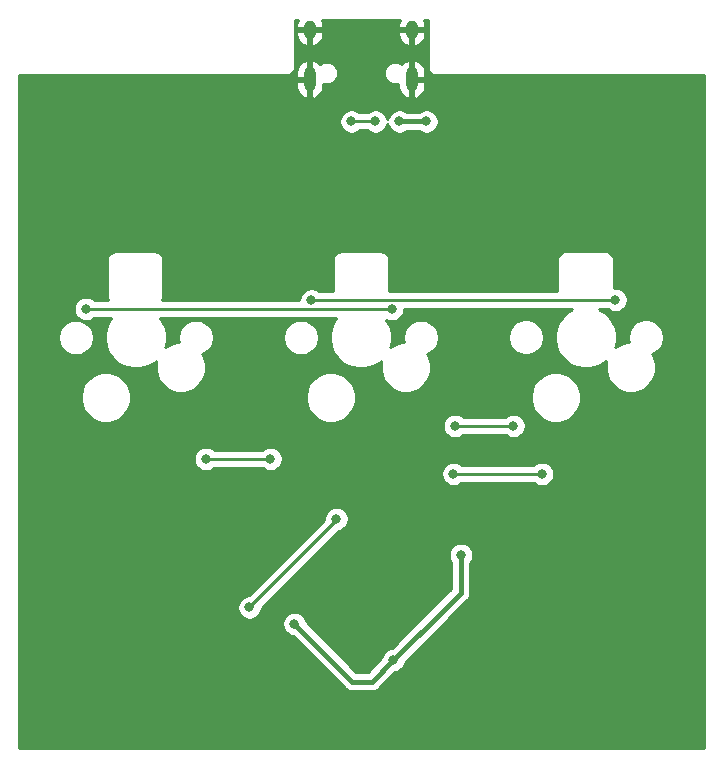
<source format=gbr>
G04 #@! TF.GenerationSoftware,KiCad,Pcbnew,(5.1.4)-1*
G04 #@! TF.CreationDate,2022-02-01T02:11:59+08:00*
G04 #@! TF.ProjectId,filled,66696c6c-6564-42e6-9b69-6361645f7063,rev?*
G04 #@! TF.SameCoordinates,Original*
G04 #@! TF.FileFunction,Copper,L1,Top*
G04 #@! TF.FilePolarity,Positive*
%FSLAX46Y46*%
G04 Gerber Fmt 4.6, Leading zero omitted, Abs format (unit mm)*
G04 Created by KiCad (PCBNEW (5.1.4)-1) date 2022-02-01 02:11:59*
%MOMM*%
%LPD*%
G04 APERTURE LIST*
%ADD10O,1.000000X2.100000*%
%ADD11O,1.000000X1.600000*%
%ADD12C,0.800000*%
%ADD13C,0.381000*%
%ADD14C,0.254000*%
G04 APERTURE END LIST*
D10*
X88801000Y-65769000D03*
X97441000Y-65769000D03*
D11*
X88801000Y-61589000D03*
X97441000Y-61589000D03*
D12*
X70104000Y-113792000D03*
X100330000Y-119888000D03*
X89535000Y-117729000D03*
X115443000Y-96393000D03*
X87249000Y-90170000D03*
X68199000Y-90170000D03*
X106299000Y-90297000D03*
X70866000Y-97536000D03*
X89662000Y-121158000D03*
X97536000Y-114935000D03*
X91059000Y-101219000D03*
X101092000Y-97155000D03*
X82296000Y-94107000D03*
X86487000Y-104521000D03*
X81661000Y-109601000D03*
X95885000Y-114935000D03*
X87503000Y-111887000D03*
X101600000Y-106045000D03*
X69850000Y-85217000D03*
X95758000Y-85217000D03*
X114681000Y-84455000D03*
X88935000Y-84490000D03*
X80010000Y-97917000D03*
X100965000Y-99187000D03*
X108458000Y-99187000D03*
X85471000Y-97917000D03*
X96392061Y-69342939D03*
X98679000Y-69342000D03*
X92329000Y-69342000D03*
X94361000Y-69342000D03*
X83693000Y-110490000D03*
X91059000Y-102997000D03*
X101092000Y-95123000D03*
X106045000Y-95123000D03*
D13*
X95885000Y-114935000D02*
X94043500Y-116776500D01*
X101581001Y-109238999D02*
X100393500Y-110426500D01*
X100393500Y-110426500D02*
X95885000Y-114935000D01*
X94043500Y-116776500D02*
X92392500Y-116776500D01*
X92392500Y-116776500D02*
X87503000Y-111887000D01*
X101581001Y-106063999D02*
X101581001Y-109238999D01*
D14*
X69850000Y-85217000D02*
X95758000Y-85217000D01*
X114646000Y-84490000D02*
X114681000Y-84455000D01*
X88935000Y-84490000D02*
X114646000Y-84490000D01*
X100965000Y-99187000D02*
X108458000Y-99187000D01*
X80010000Y-97917000D02*
X85471000Y-97917000D01*
D13*
X96392061Y-69342939D02*
X98678061Y-69342939D01*
X98678061Y-69342939D02*
X98679000Y-69342000D01*
D14*
X92329000Y-69342000D02*
X94361000Y-69342000D01*
X83693000Y-110490000D02*
X91059000Y-103124000D01*
X91059000Y-103124000D02*
X91059000Y-102997000D01*
X101092000Y-95123000D02*
X106045000Y-95123000D01*
G36*
X87800997Y-60737322D02*
G01*
X87712585Y-60943013D01*
X87666000Y-61162000D01*
X87666000Y-61462000D01*
X88674000Y-61462000D01*
X88674000Y-61442000D01*
X88928000Y-61442000D01*
X88928000Y-61462000D01*
X89936000Y-61462000D01*
X89936000Y-61162000D01*
X89889415Y-60943013D01*
X89801003Y-60737322D01*
X89796656Y-60731000D01*
X96445344Y-60731000D01*
X96440997Y-60737322D01*
X96352585Y-60943013D01*
X96306000Y-61162000D01*
X96306000Y-61462000D01*
X97314000Y-61462000D01*
X97314000Y-61442000D01*
X97568000Y-61442000D01*
X97568000Y-61462000D01*
X98576000Y-61462000D01*
X98576000Y-61162000D01*
X98529415Y-60943013D01*
X98441003Y-60737322D01*
X98436656Y-60731000D01*
X98781000Y-60731000D01*
X98781001Y-64737571D01*
X98777807Y-64770000D01*
X98790550Y-64899383D01*
X98828290Y-65023793D01*
X98889575Y-65138450D01*
X98972052Y-65238948D01*
X99072550Y-65321425D01*
X99187207Y-65382710D01*
X99311617Y-65420450D01*
X99408581Y-65430000D01*
X99441000Y-65433193D01*
X99473419Y-65430000D01*
X122149000Y-65430000D01*
X122149001Y-122410000D01*
X64160000Y-122410000D01*
X64160000Y-111785061D01*
X86468000Y-111785061D01*
X86468000Y-111988939D01*
X86507774Y-112188898D01*
X86585795Y-112377256D01*
X86699063Y-112546774D01*
X86843226Y-112690937D01*
X87012744Y-112804205D01*
X87201102Y-112882226D01*
X87362996Y-112914429D01*
X91780107Y-117331540D01*
X91805959Y-117363041D01*
X91870096Y-117415677D01*
X91931657Y-117466199D01*
X91981611Y-117492899D01*
X92075066Y-117542853D01*
X92230674Y-117590056D01*
X92351947Y-117602000D01*
X92351949Y-117602000D01*
X92392499Y-117605994D01*
X92433050Y-117602000D01*
X94002950Y-117602000D01*
X94043500Y-117605994D01*
X94084050Y-117602000D01*
X94084053Y-117602000D01*
X94205326Y-117590056D01*
X94360934Y-117542853D01*
X94504342Y-117466199D01*
X94630041Y-117363041D01*
X94655898Y-117331534D01*
X96025004Y-115962428D01*
X96186898Y-115930226D01*
X96375256Y-115852205D01*
X96544774Y-115738937D01*
X96688937Y-115594774D01*
X96802205Y-115425256D01*
X96880226Y-115236898D01*
X96912429Y-115075004D01*
X101005892Y-110981542D01*
X101005901Y-110981531D01*
X102136040Y-109851393D01*
X102167542Y-109825540D01*
X102240368Y-109736801D01*
X102270700Y-109699842D01*
X102347354Y-109556433D01*
X102378123Y-109455000D01*
X102394557Y-109400825D01*
X102406501Y-109279552D01*
X102406501Y-109279550D01*
X102410495Y-109239000D01*
X102406501Y-109198449D01*
X102406501Y-106700937D01*
X102517205Y-106535256D01*
X102595226Y-106346898D01*
X102635000Y-106146939D01*
X102635000Y-105943061D01*
X102595226Y-105743102D01*
X102517205Y-105554744D01*
X102403937Y-105385226D01*
X102259774Y-105241063D01*
X102090256Y-105127795D01*
X101901898Y-105049774D01*
X101701939Y-105010000D01*
X101498061Y-105010000D01*
X101298102Y-105049774D01*
X101109744Y-105127795D01*
X100940226Y-105241063D01*
X100796063Y-105385226D01*
X100682795Y-105554744D01*
X100604774Y-105743102D01*
X100565000Y-105943061D01*
X100565000Y-106146939D01*
X100604774Y-106346898D01*
X100682795Y-106535256D01*
X100755501Y-106644069D01*
X100755502Y-108897065D01*
X99838469Y-109814099D01*
X99838458Y-109814108D01*
X95744996Y-113907571D01*
X95583102Y-113939774D01*
X95394744Y-114017795D01*
X95225226Y-114131063D01*
X95081063Y-114275226D01*
X94967795Y-114444744D01*
X94889774Y-114633102D01*
X94857572Y-114794996D01*
X93701568Y-115951000D01*
X92734433Y-115951000D01*
X88530429Y-111746996D01*
X88498226Y-111585102D01*
X88420205Y-111396744D01*
X88306937Y-111227226D01*
X88162774Y-111083063D01*
X87993256Y-110969795D01*
X87804898Y-110891774D01*
X87604939Y-110852000D01*
X87401061Y-110852000D01*
X87201102Y-110891774D01*
X87012744Y-110969795D01*
X86843226Y-111083063D01*
X86699063Y-111227226D01*
X86585795Y-111396744D01*
X86507774Y-111585102D01*
X86468000Y-111785061D01*
X64160000Y-111785061D01*
X64160000Y-110388061D01*
X82658000Y-110388061D01*
X82658000Y-110591939D01*
X82697774Y-110791898D01*
X82775795Y-110980256D01*
X82889063Y-111149774D01*
X83033226Y-111293937D01*
X83202744Y-111407205D01*
X83391102Y-111485226D01*
X83591061Y-111525000D01*
X83794939Y-111525000D01*
X83994898Y-111485226D01*
X84183256Y-111407205D01*
X84352774Y-111293937D01*
X84496937Y-111149774D01*
X84610205Y-110980256D01*
X84688226Y-110791898D01*
X84728000Y-110591939D01*
X84728000Y-110532630D01*
X91245439Y-104015192D01*
X91360898Y-103992226D01*
X91549256Y-103914205D01*
X91718774Y-103800937D01*
X91862937Y-103656774D01*
X91976205Y-103487256D01*
X92054226Y-103298898D01*
X92094000Y-103098939D01*
X92094000Y-102895061D01*
X92054226Y-102695102D01*
X91976205Y-102506744D01*
X91862937Y-102337226D01*
X91718774Y-102193063D01*
X91549256Y-102079795D01*
X91360898Y-102001774D01*
X91160939Y-101962000D01*
X90957061Y-101962000D01*
X90757102Y-102001774D01*
X90568744Y-102079795D01*
X90399226Y-102193063D01*
X90255063Y-102337226D01*
X90141795Y-102506744D01*
X90063774Y-102695102D01*
X90024000Y-102895061D01*
X90024000Y-103081369D01*
X83650370Y-109455000D01*
X83591061Y-109455000D01*
X83391102Y-109494774D01*
X83202744Y-109572795D01*
X83033226Y-109686063D01*
X82889063Y-109830226D01*
X82775795Y-109999744D01*
X82697774Y-110188102D01*
X82658000Y-110388061D01*
X64160000Y-110388061D01*
X64160000Y-99085061D01*
X99930000Y-99085061D01*
X99930000Y-99288939D01*
X99969774Y-99488898D01*
X100047795Y-99677256D01*
X100161063Y-99846774D01*
X100305226Y-99990937D01*
X100474744Y-100104205D01*
X100663102Y-100182226D01*
X100863061Y-100222000D01*
X101066939Y-100222000D01*
X101266898Y-100182226D01*
X101455256Y-100104205D01*
X101624774Y-99990937D01*
X101666711Y-99949000D01*
X107756289Y-99949000D01*
X107798226Y-99990937D01*
X107967744Y-100104205D01*
X108156102Y-100182226D01*
X108356061Y-100222000D01*
X108559939Y-100222000D01*
X108759898Y-100182226D01*
X108948256Y-100104205D01*
X109117774Y-99990937D01*
X109261937Y-99846774D01*
X109375205Y-99677256D01*
X109453226Y-99488898D01*
X109493000Y-99288939D01*
X109493000Y-99085061D01*
X109453226Y-98885102D01*
X109375205Y-98696744D01*
X109261937Y-98527226D01*
X109117774Y-98383063D01*
X108948256Y-98269795D01*
X108759898Y-98191774D01*
X108559939Y-98152000D01*
X108356061Y-98152000D01*
X108156102Y-98191774D01*
X107967744Y-98269795D01*
X107798226Y-98383063D01*
X107756289Y-98425000D01*
X101666711Y-98425000D01*
X101624774Y-98383063D01*
X101455256Y-98269795D01*
X101266898Y-98191774D01*
X101066939Y-98152000D01*
X100863061Y-98152000D01*
X100663102Y-98191774D01*
X100474744Y-98269795D01*
X100305226Y-98383063D01*
X100161063Y-98527226D01*
X100047795Y-98696744D01*
X99969774Y-98885102D01*
X99930000Y-99085061D01*
X64160000Y-99085061D01*
X64160000Y-97815061D01*
X78975000Y-97815061D01*
X78975000Y-98018939D01*
X79014774Y-98218898D01*
X79092795Y-98407256D01*
X79206063Y-98576774D01*
X79350226Y-98720937D01*
X79519744Y-98834205D01*
X79708102Y-98912226D01*
X79908061Y-98952000D01*
X80111939Y-98952000D01*
X80311898Y-98912226D01*
X80500256Y-98834205D01*
X80669774Y-98720937D01*
X80711711Y-98679000D01*
X84769289Y-98679000D01*
X84811226Y-98720937D01*
X84980744Y-98834205D01*
X85169102Y-98912226D01*
X85369061Y-98952000D01*
X85572939Y-98952000D01*
X85772898Y-98912226D01*
X85961256Y-98834205D01*
X86130774Y-98720937D01*
X86274937Y-98576774D01*
X86388205Y-98407256D01*
X86466226Y-98218898D01*
X86506000Y-98018939D01*
X86506000Y-97815061D01*
X86466226Y-97615102D01*
X86388205Y-97426744D01*
X86274937Y-97257226D01*
X86130774Y-97113063D01*
X85961256Y-96999795D01*
X85772898Y-96921774D01*
X85572939Y-96882000D01*
X85369061Y-96882000D01*
X85169102Y-96921774D01*
X84980744Y-96999795D01*
X84811226Y-97113063D01*
X84769289Y-97155000D01*
X80711711Y-97155000D01*
X80669774Y-97113063D01*
X80500256Y-96999795D01*
X80311898Y-96921774D01*
X80111939Y-96882000D01*
X79908061Y-96882000D01*
X79708102Y-96921774D01*
X79519744Y-96999795D01*
X79350226Y-97113063D01*
X79206063Y-97257226D01*
X79092795Y-97426744D01*
X79014774Y-97615102D01*
X78975000Y-97815061D01*
X64160000Y-97815061D01*
X64160000Y-95021061D01*
X100057000Y-95021061D01*
X100057000Y-95224939D01*
X100096774Y-95424898D01*
X100174795Y-95613256D01*
X100288063Y-95782774D01*
X100432226Y-95926937D01*
X100601744Y-96040205D01*
X100790102Y-96118226D01*
X100990061Y-96158000D01*
X101193939Y-96158000D01*
X101393898Y-96118226D01*
X101582256Y-96040205D01*
X101751774Y-95926937D01*
X101793711Y-95885000D01*
X105343289Y-95885000D01*
X105385226Y-95926937D01*
X105554744Y-96040205D01*
X105743102Y-96118226D01*
X105943061Y-96158000D01*
X106146939Y-96158000D01*
X106346898Y-96118226D01*
X106535256Y-96040205D01*
X106704774Y-95926937D01*
X106848937Y-95782774D01*
X106962205Y-95613256D01*
X107040226Y-95424898D01*
X107080000Y-95224939D01*
X107080000Y-95021061D01*
X107040226Y-94821102D01*
X106962205Y-94632744D01*
X106848937Y-94463226D01*
X106704774Y-94319063D01*
X106535256Y-94205795D01*
X106346898Y-94127774D01*
X106146939Y-94088000D01*
X105943061Y-94088000D01*
X105743102Y-94127774D01*
X105554744Y-94205795D01*
X105385226Y-94319063D01*
X105343289Y-94361000D01*
X101793711Y-94361000D01*
X101751774Y-94319063D01*
X101582256Y-94205795D01*
X101393898Y-94127774D01*
X101193939Y-94088000D01*
X100990061Y-94088000D01*
X100790102Y-94127774D01*
X100601744Y-94205795D01*
X100432226Y-94319063D01*
X100288063Y-94463226D01*
X100174795Y-94632744D01*
X100096774Y-94821102D01*
X100057000Y-95021061D01*
X64160000Y-95021061D01*
X64160000Y-92499721D01*
X69395000Y-92499721D01*
X69395000Y-92920279D01*
X69477047Y-93332756D01*
X69637988Y-93721302D01*
X69871637Y-94070983D01*
X70169017Y-94368363D01*
X70518698Y-94602012D01*
X70907244Y-94762953D01*
X71319721Y-94845000D01*
X71740279Y-94845000D01*
X72152756Y-94762953D01*
X72541302Y-94602012D01*
X72890983Y-94368363D01*
X73188363Y-94070983D01*
X73422012Y-93721302D01*
X73582953Y-93332756D01*
X73665000Y-92920279D01*
X73665000Y-92499721D01*
X88446000Y-92499721D01*
X88446000Y-92920279D01*
X88528047Y-93332756D01*
X88688988Y-93721302D01*
X88922637Y-94070983D01*
X89220017Y-94368363D01*
X89569698Y-94602012D01*
X89958244Y-94762953D01*
X90370721Y-94845000D01*
X90791279Y-94845000D01*
X91203756Y-94762953D01*
X91592302Y-94602012D01*
X91941983Y-94368363D01*
X92239363Y-94070983D01*
X92473012Y-93721302D01*
X92633953Y-93332756D01*
X92716000Y-92920279D01*
X92716000Y-92499721D01*
X92714011Y-92489721D01*
X107495000Y-92489721D01*
X107495000Y-92910279D01*
X107577047Y-93322756D01*
X107737988Y-93711302D01*
X107971637Y-94060983D01*
X108269017Y-94358363D01*
X108618698Y-94592012D01*
X109007244Y-94752953D01*
X109419721Y-94835000D01*
X109840279Y-94835000D01*
X110252756Y-94752953D01*
X110641302Y-94592012D01*
X110990983Y-94358363D01*
X111288363Y-94060983D01*
X111522012Y-93711302D01*
X111682953Y-93322756D01*
X111765000Y-92910279D01*
X111765000Y-92489721D01*
X111682953Y-92077244D01*
X111522012Y-91688698D01*
X111288363Y-91339017D01*
X110990983Y-91041637D01*
X110641302Y-90807988D01*
X110252756Y-90647047D01*
X109840279Y-90565000D01*
X109419721Y-90565000D01*
X109007244Y-90647047D01*
X108618698Y-90807988D01*
X108269017Y-91041637D01*
X107971637Y-91339017D01*
X107737988Y-91688698D01*
X107577047Y-92077244D01*
X107495000Y-92489721D01*
X92714011Y-92489721D01*
X92633953Y-92087244D01*
X92473012Y-91698698D01*
X92239363Y-91349017D01*
X91941983Y-91051637D01*
X91592302Y-90817988D01*
X91203756Y-90657047D01*
X90791279Y-90575000D01*
X90370721Y-90575000D01*
X89958244Y-90657047D01*
X89569698Y-90817988D01*
X89220017Y-91051637D01*
X88922637Y-91349017D01*
X88688988Y-91698698D01*
X88528047Y-92087244D01*
X88446000Y-92499721D01*
X73665000Y-92499721D01*
X73582953Y-92087244D01*
X73422012Y-91698698D01*
X73188363Y-91349017D01*
X72890983Y-91051637D01*
X72541302Y-90817988D01*
X72152756Y-90657047D01*
X71740279Y-90575000D01*
X71319721Y-90575000D01*
X70907244Y-90657047D01*
X70518698Y-90817988D01*
X70169017Y-91051637D01*
X69871637Y-91349017D01*
X69637988Y-91698698D01*
X69477047Y-92087244D01*
X69395000Y-92499721D01*
X64160000Y-92499721D01*
X64160000Y-87481278D01*
X67480000Y-87481278D01*
X67480000Y-87778722D01*
X67538029Y-88070451D01*
X67651856Y-88345253D01*
X67817107Y-88592569D01*
X68027431Y-88802893D01*
X68274747Y-88968144D01*
X68549549Y-89081971D01*
X68841278Y-89140000D01*
X69138722Y-89140000D01*
X69430451Y-89081971D01*
X69705253Y-88968144D01*
X69952569Y-88802893D01*
X70162893Y-88592569D01*
X70328144Y-88345253D01*
X70441971Y-88070451D01*
X70500000Y-87778722D01*
X70500000Y-87481278D01*
X70441971Y-87189549D01*
X70328144Y-86914747D01*
X70162893Y-86667431D01*
X69952569Y-86457107D01*
X69705253Y-86291856D01*
X69430451Y-86178029D01*
X69138722Y-86120000D01*
X68841278Y-86120000D01*
X68549549Y-86178029D01*
X68274747Y-86291856D01*
X68027431Y-86457107D01*
X67817107Y-86667431D01*
X67651856Y-86914747D01*
X67538029Y-87189549D01*
X67480000Y-87481278D01*
X64160000Y-87481278D01*
X64160000Y-85115061D01*
X68815000Y-85115061D01*
X68815000Y-85318939D01*
X68854774Y-85518898D01*
X68932795Y-85707256D01*
X69046063Y-85876774D01*
X69190226Y-86020937D01*
X69359744Y-86134205D01*
X69548102Y-86212226D01*
X69748061Y-86252000D01*
X69951939Y-86252000D01*
X70151898Y-86212226D01*
X70340256Y-86134205D01*
X70509774Y-86020937D01*
X70551711Y-85979000D01*
X72011412Y-85979000D01*
X71740299Y-86384749D01*
X71542127Y-86863178D01*
X71441100Y-87371076D01*
X71441100Y-87888924D01*
X71542127Y-88396822D01*
X71740299Y-88875251D01*
X72028000Y-89305826D01*
X72394174Y-89672000D01*
X72824749Y-89959701D01*
X73303178Y-90157873D01*
X73811076Y-90258900D01*
X74328924Y-90258900D01*
X74836822Y-90157873D01*
X75315251Y-89959701D01*
X75745826Y-89672000D01*
X75816237Y-89601589D01*
X75745000Y-89959721D01*
X75745000Y-90380279D01*
X75827047Y-90792756D01*
X75987988Y-91181302D01*
X76221637Y-91530983D01*
X76519017Y-91828363D01*
X76868698Y-92062012D01*
X77257244Y-92222953D01*
X77669721Y-92305000D01*
X78090279Y-92305000D01*
X78502756Y-92222953D01*
X78891302Y-92062012D01*
X79240983Y-91828363D01*
X79538363Y-91530983D01*
X79772012Y-91181302D01*
X79932953Y-90792756D01*
X80015000Y-90380279D01*
X80015000Y-89959721D01*
X79932953Y-89547244D01*
X79772012Y-89158698D01*
X79692501Y-89039701D01*
X79865253Y-88968144D01*
X80112569Y-88802893D01*
X80322893Y-88592569D01*
X80488144Y-88345253D01*
X80601971Y-88070451D01*
X80660000Y-87778722D01*
X80660000Y-87481278D01*
X86531000Y-87481278D01*
X86531000Y-87778722D01*
X86589029Y-88070451D01*
X86702856Y-88345253D01*
X86868107Y-88592569D01*
X87078431Y-88802893D01*
X87325747Y-88968144D01*
X87600549Y-89081971D01*
X87892278Y-89140000D01*
X88189722Y-89140000D01*
X88481451Y-89081971D01*
X88756253Y-88968144D01*
X89003569Y-88802893D01*
X89213893Y-88592569D01*
X89379144Y-88345253D01*
X89492971Y-88070451D01*
X89551000Y-87778722D01*
X89551000Y-87481278D01*
X89492971Y-87189549D01*
X89379144Y-86914747D01*
X89213893Y-86667431D01*
X89003569Y-86457107D01*
X88756253Y-86291856D01*
X88481451Y-86178029D01*
X88189722Y-86120000D01*
X87892278Y-86120000D01*
X87600549Y-86178029D01*
X87325747Y-86291856D01*
X87078431Y-86457107D01*
X86868107Y-86667431D01*
X86702856Y-86914747D01*
X86589029Y-87189549D01*
X86531000Y-87481278D01*
X80660000Y-87481278D01*
X80601971Y-87189549D01*
X80488144Y-86914747D01*
X80322893Y-86667431D01*
X80112569Y-86457107D01*
X79865253Y-86291856D01*
X79590451Y-86178029D01*
X79298722Y-86120000D01*
X79001278Y-86120000D01*
X78709549Y-86178029D01*
X78434747Y-86291856D01*
X78187431Y-86457107D01*
X77977107Y-86667431D01*
X77811856Y-86914747D01*
X77698029Y-87189549D01*
X77640000Y-87481278D01*
X77640000Y-87778722D01*
X77690977Y-88035000D01*
X77669721Y-88035000D01*
X77257244Y-88117047D01*
X76868698Y-88277988D01*
X76562292Y-88482721D01*
X76597873Y-88396822D01*
X76698900Y-87888924D01*
X76698900Y-87371076D01*
X76597873Y-86863178D01*
X76399701Y-86384749D01*
X76128588Y-85979000D01*
X91062412Y-85979000D01*
X90791299Y-86384749D01*
X90593127Y-86863178D01*
X90492100Y-87371076D01*
X90492100Y-87888924D01*
X90593127Y-88396822D01*
X90791299Y-88875251D01*
X91079000Y-89305826D01*
X91445174Y-89672000D01*
X91875749Y-89959701D01*
X92354178Y-90157873D01*
X92862076Y-90258900D01*
X93379924Y-90258900D01*
X93887822Y-90157873D01*
X94366251Y-89959701D01*
X94796826Y-89672000D01*
X94867237Y-89601589D01*
X94796000Y-89959721D01*
X94796000Y-90380279D01*
X94878047Y-90792756D01*
X95038988Y-91181302D01*
X95272637Y-91530983D01*
X95570017Y-91828363D01*
X95919698Y-92062012D01*
X96308244Y-92222953D01*
X96720721Y-92305000D01*
X97141279Y-92305000D01*
X97553756Y-92222953D01*
X97942302Y-92062012D01*
X98291983Y-91828363D01*
X98589363Y-91530983D01*
X98823012Y-91181302D01*
X98983953Y-90792756D01*
X99066000Y-90380279D01*
X99066000Y-89959721D01*
X98983953Y-89547244D01*
X98823012Y-89158698D01*
X98743501Y-89039701D01*
X98916253Y-88968144D01*
X99163569Y-88802893D01*
X99373893Y-88592569D01*
X99539144Y-88345253D01*
X99652971Y-88070451D01*
X99711000Y-87778722D01*
X99711000Y-87481278D01*
X99709011Y-87471278D01*
X105580000Y-87471278D01*
X105580000Y-87768722D01*
X105638029Y-88060451D01*
X105751856Y-88335253D01*
X105917107Y-88582569D01*
X106127431Y-88792893D01*
X106374747Y-88958144D01*
X106649549Y-89071971D01*
X106941278Y-89130000D01*
X107238722Y-89130000D01*
X107530451Y-89071971D01*
X107805253Y-88958144D01*
X108052569Y-88792893D01*
X108262893Y-88582569D01*
X108428144Y-88335253D01*
X108541971Y-88060451D01*
X108600000Y-87768722D01*
X108600000Y-87471278D01*
X108541971Y-87179549D01*
X108428144Y-86904747D01*
X108262893Y-86657431D01*
X108052569Y-86447107D01*
X107805253Y-86281856D01*
X107530451Y-86168029D01*
X107238722Y-86110000D01*
X106941278Y-86110000D01*
X106649549Y-86168029D01*
X106374747Y-86281856D01*
X106127431Y-86447107D01*
X105917107Y-86657431D01*
X105751856Y-86904747D01*
X105638029Y-87179549D01*
X105580000Y-87471278D01*
X99709011Y-87471278D01*
X99652971Y-87189549D01*
X99539144Y-86914747D01*
X99373893Y-86667431D01*
X99163569Y-86457107D01*
X98916253Y-86291856D01*
X98641451Y-86178029D01*
X98349722Y-86120000D01*
X98052278Y-86120000D01*
X97760549Y-86178029D01*
X97485747Y-86291856D01*
X97238431Y-86457107D01*
X97028107Y-86667431D01*
X96862856Y-86914747D01*
X96749029Y-87189549D01*
X96691000Y-87481278D01*
X96691000Y-87778722D01*
X96741977Y-88035000D01*
X96720721Y-88035000D01*
X96308244Y-88117047D01*
X95919698Y-88277988D01*
X95613292Y-88482721D01*
X95648873Y-88396822D01*
X95749900Y-87888924D01*
X95749900Y-87371076D01*
X95648873Y-86863178D01*
X95450701Y-86384749D01*
X95289243Y-86143110D01*
X95456102Y-86212226D01*
X95656061Y-86252000D01*
X95859939Y-86252000D01*
X96059898Y-86212226D01*
X96248256Y-86134205D01*
X96417774Y-86020937D01*
X96561937Y-85876774D01*
X96675205Y-85707256D01*
X96753226Y-85518898D01*
X96793000Y-85318939D01*
X96793000Y-85252000D01*
X111017211Y-85252000D01*
X110924749Y-85290299D01*
X110494174Y-85578000D01*
X110128000Y-85944174D01*
X109840299Y-86374749D01*
X109642127Y-86853178D01*
X109541100Y-87361076D01*
X109541100Y-87878924D01*
X109642127Y-88386822D01*
X109840299Y-88865251D01*
X110128000Y-89295826D01*
X110494174Y-89662000D01*
X110924749Y-89949701D01*
X111403178Y-90147873D01*
X111911076Y-90248900D01*
X112428924Y-90248900D01*
X112936822Y-90147873D01*
X113415251Y-89949701D01*
X113845826Y-89662000D01*
X113916237Y-89591589D01*
X113845000Y-89949721D01*
X113845000Y-90370279D01*
X113927047Y-90782756D01*
X114087988Y-91171302D01*
X114321637Y-91520983D01*
X114619017Y-91818363D01*
X114968698Y-92052012D01*
X115357244Y-92212953D01*
X115769721Y-92295000D01*
X116190279Y-92295000D01*
X116602756Y-92212953D01*
X116991302Y-92052012D01*
X117340983Y-91818363D01*
X117638363Y-91520983D01*
X117872012Y-91171302D01*
X118032953Y-90782756D01*
X118115000Y-90370279D01*
X118115000Y-89949721D01*
X118032953Y-89537244D01*
X117872012Y-89148698D01*
X117792501Y-89029701D01*
X117965253Y-88958144D01*
X118212569Y-88792893D01*
X118422893Y-88582569D01*
X118588144Y-88335253D01*
X118701971Y-88060451D01*
X118760000Y-87768722D01*
X118760000Y-87471278D01*
X118701971Y-87179549D01*
X118588144Y-86904747D01*
X118422893Y-86657431D01*
X118212569Y-86447107D01*
X117965253Y-86281856D01*
X117690451Y-86168029D01*
X117398722Y-86110000D01*
X117101278Y-86110000D01*
X116809549Y-86168029D01*
X116534747Y-86281856D01*
X116287431Y-86447107D01*
X116077107Y-86657431D01*
X115911856Y-86904747D01*
X115798029Y-87179549D01*
X115740000Y-87471278D01*
X115740000Y-87768722D01*
X115790977Y-88025000D01*
X115769721Y-88025000D01*
X115357244Y-88107047D01*
X114968698Y-88267988D01*
X114662292Y-88472721D01*
X114697873Y-88386822D01*
X114798900Y-87878924D01*
X114798900Y-87361076D01*
X114697873Y-86853178D01*
X114499701Y-86374749D01*
X114212000Y-85944174D01*
X113845826Y-85578000D01*
X113415251Y-85290299D01*
X113322789Y-85252000D01*
X114014289Y-85252000D01*
X114021226Y-85258937D01*
X114190744Y-85372205D01*
X114379102Y-85450226D01*
X114579061Y-85490000D01*
X114782939Y-85490000D01*
X114982898Y-85450226D01*
X115171256Y-85372205D01*
X115340774Y-85258937D01*
X115484937Y-85114774D01*
X115598205Y-84945256D01*
X115676226Y-84756898D01*
X115716000Y-84556939D01*
X115716000Y-84353061D01*
X115676226Y-84153102D01*
X115598205Y-83964744D01*
X115484937Y-83795226D01*
X115340774Y-83651063D01*
X115171256Y-83537795D01*
X114982898Y-83459774D01*
X114782939Y-83420000D01*
X114579061Y-83420000D01*
X114545000Y-83426775D01*
X114545000Y-81074135D01*
X114548362Y-81040000D01*
X114534943Y-80903756D01*
X114495202Y-80772748D01*
X114430667Y-80652011D01*
X114343817Y-80546183D01*
X114237989Y-80459333D01*
X114117252Y-80394798D01*
X113986244Y-80355057D01*
X113884135Y-80345000D01*
X113850000Y-80341638D01*
X113815866Y-80345000D01*
X110484134Y-80345000D01*
X110450000Y-80341638D01*
X110415865Y-80345000D01*
X110313756Y-80355057D01*
X110182748Y-80394798D01*
X110062011Y-80459333D01*
X109956183Y-80546183D01*
X109869333Y-80652011D01*
X109804798Y-80772748D01*
X109765057Y-80903756D01*
X109751638Y-81040000D01*
X109755000Y-81074135D01*
X109755001Y-83728000D01*
X95545000Y-83728000D01*
X95545000Y-81084135D01*
X95548362Y-81050000D01*
X95534943Y-80913756D01*
X95495202Y-80782748D01*
X95430667Y-80662011D01*
X95343817Y-80556183D01*
X95237989Y-80469333D01*
X95117252Y-80404798D01*
X94986244Y-80365057D01*
X94884135Y-80355000D01*
X94850000Y-80351638D01*
X94815866Y-80355000D01*
X91484134Y-80355000D01*
X91450000Y-80351638D01*
X91415865Y-80355000D01*
X91313756Y-80365057D01*
X91182748Y-80404798D01*
X91062011Y-80469333D01*
X90956183Y-80556183D01*
X90869333Y-80662011D01*
X90804798Y-80782748D01*
X90765057Y-80913756D01*
X90751638Y-81050000D01*
X90755000Y-81084135D01*
X90755001Y-83728000D01*
X89636711Y-83728000D01*
X89594774Y-83686063D01*
X89425256Y-83572795D01*
X89236898Y-83494774D01*
X89036939Y-83455000D01*
X88833061Y-83455000D01*
X88633102Y-83494774D01*
X88444744Y-83572795D01*
X88275226Y-83686063D01*
X88131063Y-83830226D01*
X88017795Y-83999744D01*
X87939774Y-84188102D01*
X87900000Y-84388061D01*
X87900000Y-84455000D01*
X76286707Y-84455000D01*
X76300667Y-84437989D01*
X76365202Y-84317252D01*
X76404943Y-84186244D01*
X76418362Y-84050000D01*
X76415000Y-84015865D01*
X76415000Y-81084135D01*
X76418362Y-81050000D01*
X76404943Y-80913756D01*
X76365202Y-80782748D01*
X76300667Y-80662011D01*
X76213817Y-80556183D01*
X76107989Y-80469333D01*
X75987252Y-80404798D01*
X75856244Y-80365057D01*
X75754135Y-80355000D01*
X75720000Y-80351638D01*
X75685866Y-80355000D01*
X72354134Y-80355000D01*
X72320000Y-80351638D01*
X72285865Y-80355000D01*
X72183756Y-80365057D01*
X72052748Y-80404798D01*
X71932011Y-80469333D01*
X71826183Y-80556183D01*
X71739333Y-80662011D01*
X71674798Y-80782748D01*
X71635057Y-80913756D01*
X71621638Y-81050000D01*
X71625000Y-81084135D01*
X71625001Y-84015855D01*
X71621638Y-84050000D01*
X71635057Y-84186244D01*
X71674798Y-84317252D01*
X71739333Y-84437989D01*
X71753293Y-84455000D01*
X70551711Y-84455000D01*
X70509774Y-84413063D01*
X70340256Y-84299795D01*
X70151898Y-84221774D01*
X69951939Y-84182000D01*
X69748061Y-84182000D01*
X69548102Y-84221774D01*
X69359744Y-84299795D01*
X69190226Y-84413063D01*
X69046063Y-84557226D01*
X68932795Y-84726744D01*
X68854774Y-84915102D01*
X68815000Y-85115061D01*
X64160000Y-85115061D01*
X64160000Y-69240061D01*
X91294000Y-69240061D01*
X91294000Y-69443939D01*
X91333774Y-69643898D01*
X91411795Y-69832256D01*
X91525063Y-70001774D01*
X91669226Y-70145937D01*
X91838744Y-70259205D01*
X92027102Y-70337226D01*
X92227061Y-70377000D01*
X92430939Y-70377000D01*
X92630898Y-70337226D01*
X92819256Y-70259205D01*
X92988774Y-70145937D01*
X93030711Y-70104000D01*
X93659289Y-70104000D01*
X93701226Y-70145937D01*
X93870744Y-70259205D01*
X94059102Y-70337226D01*
X94259061Y-70377000D01*
X94462939Y-70377000D01*
X94662898Y-70337226D01*
X94851256Y-70259205D01*
X95020774Y-70145937D01*
X95164937Y-70001774D01*
X95278205Y-69832256D01*
X95356226Y-69643898D01*
X95376437Y-69542289D01*
X95396835Y-69644837D01*
X95474856Y-69833195D01*
X95588124Y-70002713D01*
X95732287Y-70146876D01*
X95901805Y-70260144D01*
X96090163Y-70338165D01*
X96290122Y-70377939D01*
X96494000Y-70377939D01*
X96693959Y-70338165D01*
X96882317Y-70260144D01*
X97019564Y-70168439D01*
X98052903Y-70168439D01*
X98188744Y-70259205D01*
X98377102Y-70337226D01*
X98577061Y-70377000D01*
X98780939Y-70377000D01*
X98980898Y-70337226D01*
X99169256Y-70259205D01*
X99338774Y-70145937D01*
X99482937Y-70001774D01*
X99596205Y-69832256D01*
X99674226Y-69643898D01*
X99714000Y-69443939D01*
X99714000Y-69240061D01*
X99674226Y-69040102D01*
X99596205Y-68851744D01*
X99482937Y-68682226D01*
X99338774Y-68538063D01*
X99169256Y-68424795D01*
X98980898Y-68346774D01*
X98780939Y-68307000D01*
X98577061Y-68307000D01*
X98377102Y-68346774D01*
X98188744Y-68424795D01*
X98050092Y-68517439D01*
X97019564Y-68517439D01*
X96882317Y-68425734D01*
X96693959Y-68347713D01*
X96494000Y-68307939D01*
X96290122Y-68307939D01*
X96090163Y-68347713D01*
X95901805Y-68425734D01*
X95732287Y-68539002D01*
X95588124Y-68683165D01*
X95474856Y-68852683D01*
X95396835Y-69041041D01*
X95376624Y-69142650D01*
X95356226Y-69040102D01*
X95278205Y-68851744D01*
X95164937Y-68682226D01*
X95020774Y-68538063D01*
X94851256Y-68424795D01*
X94662898Y-68346774D01*
X94462939Y-68307000D01*
X94259061Y-68307000D01*
X94059102Y-68346774D01*
X93870744Y-68424795D01*
X93701226Y-68538063D01*
X93659289Y-68580000D01*
X93030711Y-68580000D01*
X92988774Y-68538063D01*
X92819256Y-68424795D01*
X92630898Y-68346774D01*
X92430939Y-68307000D01*
X92227061Y-68307000D01*
X92027102Y-68346774D01*
X91838744Y-68424795D01*
X91669226Y-68538063D01*
X91525063Y-68682226D01*
X91411795Y-68851744D01*
X91333774Y-69040102D01*
X91294000Y-69240061D01*
X64160000Y-69240061D01*
X64160000Y-65896000D01*
X87666000Y-65896000D01*
X87666000Y-66446000D01*
X87712585Y-66664987D01*
X87800997Y-66870678D01*
X87927839Y-67055169D01*
X88088236Y-67211369D01*
X88276024Y-67333276D01*
X88499126Y-67413119D01*
X88674000Y-67286954D01*
X88674000Y-65896000D01*
X87666000Y-65896000D01*
X64160000Y-65896000D01*
X64160000Y-65430000D01*
X86835581Y-65430000D01*
X86868000Y-65433193D01*
X86900419Y-65430000D01*
X86997383Y-65420450D01*
X87121793Y-65382710D01*
X87236450Y-65321425D01*
X87336948Y-65238948D01*
X87419425Y-65138450D01*
X87444252Y-65092000D01*
X87666000Y-65092000D01*
X87666000Y-65642000D01*
X88674000Y-65642000D01*
X88674000Y-64251046D01*
X88928000Y-64251046D01*
X88928000Y-65642000D01*
X88948000Y-65642000D01*
X88948000Y-65896000D01*
X88928000Y-65896000D01*
X88928000Y-67286954D01*
X89102874Y-67413119D01*
X89325976Y-67333276D01*
X89513764Y-67211369D01*
X89674161Y-67055169D01*
X89801003Y-66870678D01*
X89889415Y-66664987D01*
X89936000Y-66446000D01*
X89936000Y-66155904D01*
X89950978Y-66162108D01*
X90136448Y-66199000D01*
X90325552Y-66199000D01*
X90511022Y-66162108D01*
X90685731Y-66089741D01*
X90842964Y-65984681D01*
X90976681Y-65850964D01*
X91081741Y-65693731D01*
X91154108Y-65519022D01*
X91191000Y-65333552D01*
X91191000Y-65144448D01*
X95051000Y-65144448D01*
X95051000Y-65333552D01*
X95087892Y-65519022D01*
X95160259Y-65693731D01*
X95265319Y-65850964D01*
X95399036Y-65984681D01*
X95556269Y-66089741D01*
X95730978Y-66162108D01*
X95916448Y-66199000D01*
X96105552Y-66199000D01*
X96291022Y-66162108D01*
X96306000Y-66155904D01*
X96306000Y-66446000D01*
X96352585Y-66664987D01*
X96440997Y-66870678D01*
X96567839Y-67055169D01*
X96728236Y-67211369D01*
X96916024Y-67333276D01*
X97139126Y-67413119D01*
X97314000Y-67286954D01*
X97314000Y-65896000D01*
X97568000Y-65896000D01*
X97568000Y-67286954D01*
X97742874Y-67413119D01*
X97965976Y-67333276D01*
X98153764Y-67211369D01*
X98314161Y-67055169D01*
X98441003Y-66870678D01*
X98529415Y-66664987D01*
X98576000Y-66446000D01*
X98576000Y-65896000D01*
X97568000Y-65896000D01*
X97314000Y-65896000D01*
X97294000Y-65896000D01*
X97294000Y-65642000D01*
X97314000Y-65642000D01*
X97314000Y-64251046D01*
X97568000Y-64251046D01*
X97568000Y-65642000D01*
X98576000Y-65642000D01*
X98576000Y-65092000D01*
X98529415Y-64873013D01*
X98441003Y-64667322D01*
X98314161Y-64482831D01*
X98153764Y-64326631D01*
X97965976Y-64204724D01*
X97742874Y-64124881D01*
X97568000Y-64251046D01*
X97314000Y-64251046D01*
X97139126Y-64124881D01*
X96916024Y-64204724D01*
X96728236Y-64326631D01*
X96583884Y-64467206D01*
X96465731Y-64388259D01*
X96291022Y-64315892D01*
X96105552Y-64279000D01*
X95916448Y-64279000D01*
X95730978Y-64315892D01*
X95556269Y-64388259D01*
X95399036Y-64493319D01*
X95265319Y-64627036D01*
X95160259Y-64784269D01*
X95087892Y-64958978D01*
X95051000Y-65144448D01*
X91191000Y-65144448D01*
X91154108Y-64958978D01*
X91081741Y-64784269D01*
X90976681Y-64627036D01*
X90842964Y-64493319D01*
X90685731Y-64388259D01*
X90511022Y-64315892D01*
X90325552Y-64279000D01*
X90136448Y-64279000D01*
X89950978Y-64315892D01*
X89776269Y-64388259D01*
X89658116Y-64467206D01*
X89513764Y-64326631D01*
X89325976Y-64204724D01*
X89102874Y-64124881D01*
X88928000Y-64251046D01*
X88674000Y-64251046D01*
X88499126Y-64124881D01*
X88276024Y-64204724D01*
X88088236Y-64326631D01*
X87927839Y-64482831D01*
X87800997Y-64667322D01*
X87712585Y-64873013D01*
X87666000Y-65092000D01*
X87444252Y-65092000D01*
X87480710Y-65023793D01*
X87518450Y-64899383D01*
X87531193Y-64770000D01*
X87528000Y-64737581D01*
X87528000Y-61716000D01*
X87666000Y-61716000D01*
X87666000Y-62016000D01*
X87712585Y-62234987D01*
X87800997Y-62440678D01*
X87927839Y-62625169D01*
X88088236Y-62781369D01*
X88276024Y-62903276D01*
X88499126Y-62983119D01*
X88674000Y-62856954D01*
X88674000Y-61716000D01*
X88928000Y-61716000D01*
X88928000Y-62856954D01*
X89102874Y-62983119D01*
X89325976Y-62903276D01*
X89513764Y-62781369D01*
X89674161Y-62625169D01*
X89801003Y-62440678D01*
X89889415Y-62234987D01*
X89936000Y-62016000D01*
X89936000Y-61716000D01*
X96306000Y-61716000D01*
X96306000Y-62016000D01*
X96352585Y-62234987D01*
X96440997Y-62440678D01*
X96567839Y-62625169D01*
X96728236Y-62781369D01*
X96916024Y-62903276D01*
X97139126Y-62983119D01*
X97314000Y-62856954D01*
X97314000Y-61716000D01*
X97568000Y-61716000D01*
X97568000Y-62856954D01*
X97742874Y-62983119D01*
X97965976Y-62903276D01*
X98153764Y-62781369D01*
X98314161Y-62625169D01*
X98441003Y-62440678D01*
X98529415Y-62234987D01*
X98576000Y-62016000D01*
X98576000Y-61716000D01*
X97568000Y-61716000D01*
X97314000Y-61716000D01*
X96306000Y-61716000D01*
X89936000Y-61716000D01*
X88928000Y-61716000D01*
X88674000Y-61716000D01*
X87666000Y-61716000D01*
X87528000Y-61716000D01*
X87528000Y-60731000D01*
X87805344Y-60731000D01*
X87800997Y-60737322D01*
X87800997Y-60737322D01*
G37*
X87800997Y-60737322D02*
X87712585Y-60943013D01*
X87666000Y-61162000D01*
X87666000Y-61462000D01*
X88674000Y-61462000D01*
X88674000Y-61442000D01*
X88928000Y-61442000D01*
X88928000Y-61462000D01*
X89936000Y-61462000D01*
X89936000Y-61162000D01*
X89889415Y-60943013D01*
X89801003Y-60737322D01*
X89796656Y-60731000D01*
X96445344Y-60731000D01*
X96440997Y-60737322D01*
X96352585Y-60943013D01*
X96306000Y-61162000D01*
X96306000Y-61462000D01*
X97314000Y-61462000D01*
X97314000Y-61442000D01*
X97568000Y-61442000D01*
X97568000Y-61462000D01*
X98576000Y-61462000D01*
X98576000Y-61162000D01*
X98529415Y-60943013D01*
X98441003Y-60737322D01*
X98436656Y-60731000D01*
X98781000Y-60731000D01*
X98781001Y-64737571D01*
X98777807Y-64770000D01*
X98790550Y-64899383D01*
X98828290Y-65023793D01*
X98889575Y-65138450D01*
X98972052Y-65238948D01*
X99072550Y-65321425D01*
X99187207Y-65382710D01*
X99311617Y-65420450D01*
X99408581Y-65430000D01*
X99441000Y-65433193D01*
X99473419Y-65430000D01*
X122149000Y-65430000D01*
X122149001Y-122410000D01*
X64160000Y-122410000D01*
X64160000Y-111785061D01*
X86468000Y-111785061D01*
X86468000Y-111988939D01*
X86507774Y-112188898D01*
X86585795Y-112377256D01*
X86699063Y-112546774D01*
X86843226Y-112690937D01*
X87012744Y-112804205D01*
X87201102Y-112882226D01*
X87362996Y-112914429D01*
X91780107Y-117331540D01*
X91805959Y-117363041D01*
X91870096Y-117415677D01*
X91931657Y-117466199D01*
X91981611Y-117492899D01*
X92075066Y-117542853D01*
X92230674Y-117590056D01*
X92351947Y-117602000D01*
X92351949Y-117602000D01*
X92392499Y-117605994D01*
X92433050Y-117602000D01*
X94002950Y-117602000D01*
X94043500Y-117605994D01*
X94084050Y-117602000D01*
X94084053Y-117602000D01*
X94205326Y-117590056D01*
X94360934Y-117542853D01*
X94504342Y-117466199D01*
X94630041Y-117363041D01*
X94655898Y-117331534D01*
X96025004Y-115962428D01*
X96186898Y-115930226D01*
X96375256Y-115852205D01*
X96544774Y-115738937D01*
X96688937Y-115594774D01*
X96802205Y-115425256D01*
X96880226Y-115236898D01*
X96912429Y-115075004D01*
X101005892Y-110981542D01*
X101005901Y-110981531D01*
X102136040Y-109851393D01*
X102167542Y-109825540D01*
X102240368Y-109736801D01*
X102270700Y-109699842D01*
X102347354Y-109556433D01*
X102378123Y-109455000D01*
X102394557Y-109400825D01*
X102406501Y-109279552D01*
X102406501Y-109279550D01*
X102410495Y-109239000D01*
X102406501Y-109198449D01*
X102406501Y-106700937D01*
X102517205Y-106535256D01*
X102595226Y-106346898D01*
X102635000Y-106146939D01*
X102635000Y-105943061D01*
X102595226Y-105743102D01*
X102517205Y-105554744D01*
X102403937Y-105385226D01*
X102259774Y-105241063D01*
X102090256Y-105127795D01*
X101901898Y-105049774D01*
X101701939Y-105010000D01*
X101498061Y-105010000D01*
X101298102Y-105049774D01*
X101109744Y-105127795D01*
X100940226Y-105241063D01*
X100796063Y-105385226D01*
X100682795Y-105554744D01*
X100604774Y-105743102D01*
X100565000Y-105943061D01*
X100565000Y-106146939D01*
X100604774Y-106346898D01*
X100682795Y-106535256D01*
X100755501Y-106644069D01*
X100755502Y-108897065D01*
X99838469Y-109814099D01*
X99838458Y-109814108D01*
X95744996Y-113907571D01*
X95583102Y-113939774D01*
X95394744Y-114017795D01*
X95225226Y-114131063D01*
X95081063Y-114275226D01*
X94967795Y-114444744D01*
X94889774Y-114633102D01*
X94857572Y-114794996D01*
X93701568Y-115951000D01*
X92734433Y-115951000D01*
X88530429Y-111746996D01*
X88498226Y-111585102D01*
X88420205Y-111396744D01*
X88306937Y-111227226D01*
X88162774Y-111083063D01*
X87993256Y-110969795D01*
X87804898Y-110891774D01*
X87604939Y-110852000D01*
X87401061Y-110852000D01*
X87201102Y-110891774D01*
X87012744Y-110969795D01*
X86843226Y-111083063D01*
X86699063Y-111227226D01*
X86585795Y-111396744D01*
X86507774Y-111585102D01*
X86468000Y-111785061D01*
X64160000Y-111785061D01*
X64160000Y-110388061D01*
X82658000Y-110388061D01*
X82658000Y-110591939D01*
X82697774Y-110791898D01*
X82775795Y-110980256D01*
X82889063Y-111149774D01*
X83033226Y-111293937D01*
X83202744Y-111407205D01*
X83391102Y-111485226D01*
X83591061Y-111525000D01*
X83794939Y-111525000D01*
X83994898Y-111485226D01*
X84183256Y-111407205D01*
X84352774Y-111293937D01*
X84496937Y-111149774D01*
X84610205Y-110980256D01*
X84688226Y-110791898D01*
X84728000Y-110591939D01*
X84728000Y-110532630D01*
X91245439Y-104015192D01*
X91360898Y-103992226D01*
X91549256Y-103914205D01*
X91718774Y-103800937D01*
X91862937Y-103656774D01*
X91976205Y-103487256D01*
X92054226Y-103298898D01*
X92094000Y-103098939D01*
X92094000Y-102895061D01*
X92054226Y-102695102D01*
X91976205Y-102506744D01*
X91862937Y-102337226D01*
X91718774Y-102193063D01*
X91549256Y-102079795D01*
X91360898Y-102001774D01*
X91160939Y-101962000D01*
X90957061Y-101962000D01*
X90757102Y-102001774D01*
X90568744Y-102079795D01*
X90399226Y-102193063D01*
X90255063Y-102337226D01*
X90141795Y-102506744D01*
X90063774Y-102695102D01*
X90024000Y-102895061D01*
X90024000Y-103081369D01*
X83650370Y-109455000D01*
X83591061Y-109455000D01*
X83391102Y-109494774D01*
X83202744Y-109572795D01*
X83033226Y-109686063D01*
X82889063Y-109830226D01*
X82775795Y-109999744D01*
X82697774Y-110188102D01*
X82658000Y-110388061D01*
X64160000Y-110388061D01*
X64160000Y-99085061D01*
X99930000Y-99085061D01*
X99930000Y-99288939D01*
X99969774Y-99488898D01*
X100047795Y-99677256D01*
X100161063Y-99846774D01*
X100305226Y-99990937D01*
X100474744Y-100104205D01*
X100663102Y-100182226D01*
X100863061Y-100222000D01*
X101066939Y-100222000D01*
X101266898Y-100182226D01*
X101455256Y-100104205D01*
X101624774Y-99990937D01*
X101666711Y-99949000D01*
X107756289Y-99949000D01*
X107798226Y-99990937D01*
X107967744Y-100104205D01*
X108156102Y-100182226D01*
X108356061Y-100222000D01*
X108559939Y-100222000D01*
X108759898Y-100182226D01*
X108948256Y-100104205D01*
X109117774Y-99990937D01*
X109261937Y-99846774D01*
X109375205Y-99677256D01*
X109453226Y-99488898D01*
X109493000Y-99288939D01*
X109493000Y-99085061D01*
X109453226Y-98885102D01*
X109375205Y-98696744D01*
X109261937Y-98527226D01*
X109117774Y-98383063D01*
X108948256Y-98269795D01*
X108759898Y-98191774D01*
X108559939Y-98152000D01*
X108356061Y-98152000D01*
X108156102Y-98191774D01*
X107967744Y-98269795D01*
X107798226Y-98383063D01*
X107756289Y-98425000D01*
X101666711Y-98425000D01*
X101624774Y-98383063D01*
X101455256Y-98269795D01*
X101266898Y-98191774D01*
X101066939Y-98152000D01*
X100863061Y-98152000D01*
X100663102Y-98191774D01*
X100474744Y-98269795D01*
X100305226Y-98383063D01*
X100161063Y-98527226D01*
X100047795Y-98696744D01*
X99969774Y-98885102D01*
X99930000Y-99085061D01*
X64160000Y-99085061D01*
X64160000Y-97815061D01*
X78975000Y-97815061D01*
X78975000Y-98018939D01*
X79014774Y-98218898D01*
X79092795Y-98407256D01*
X79206063Y-98576774D01*
X79350226Y-98720937D01*
X79519744Y-98834205D01*
X79708102Y-98912226D01*
X79908061Y-98952000D01*
X80111939Y-98952000D01*
X80311898Y-98912226D01*
X80500256Y-98834205D01*
X80669774Y-98720937D01*
X80711711Y-98679000D01*
X84769289Y-98679000D01*
X84811226Y-98720937D01*
X84980744Y-98834205D01*
X85169102Y-98912226D01*
X85369061Y-98952000D01*
X85572939Y-98952000D01*
X85772898Y-98912226D01*
X85961256Y-98834205D01*
X86130774Y-98720937D01*
X86274937Y-98576774D01*
X86388205Y-98407256D01*
X86466226Y-98218898D01*
X86506000Y-98018939D01*
X86506000Y-97815061D01*
X86466226Y-97615102D01*
X86388205Y-97426744D01*
X86274937Y-97257226D01*
X86130774Y-97113063D01*
X85961256Y-96999795D01*
X85772898Y-96921774D01*
X85572939Y-96882000D01*
X85369061Y-96882000D01*
X85169102Y-96921774D01*
X84980744Y-96999795D01*
X84811226Y-97113063D01*
X84769289Y-97155000D01*
X80711711Y-97155000D01*
X80669774Y-97113063D01*
X80500256Y-96999795D01*
X80311898Y-96921774D01*
X80111939Y-96882000D01*
X79908061Y-96882000D01*
X79708102Y-96921774D01*
X79519744Y-96999795D01*
X79350226Y-97113063D01*
X79206063Y-97257226D01*
X79092795Y-97426744D01*
X79014774Y-97615102D01*
X78975000Y-97815061D01*
X64160000Y-97815061D01*
X64160000Y-95021061D01*
X100057000Y-95021061D01*
X100057000Y-95224939D01*
X100096774Y-95424898D01*
X100174795Y-95613256D01*
X100288063Y-95782774D01*
X100432226Y-95926937D01*
X100601744Y-96040205D01*
X100790102Y-96118226D01*
X100990061Y-96158000D01*
X101193939Y-96158000D01*
X101393898Y-96118226D01*
X101582256Y-96040205D01*
X101751774Y-95926937D01*
X101793711Y-95885000D01*
X105343289Y-95885000D01*
X105385226Y-95926937D01*
X105554744Y-96040205D01*
X105743102Y-96118226D01*
X105943061Y-96158000D01*
X106146939Y-96158000D01*
X106346898Y-96118226D01*
X106535256Y-96040205D01*
X106704774Y-95926937D01*
X106848937Y-95782774D01*
X106962205Y-95613256D01*
X107040226Y-95424898D01*
X107080000Y-95224939D01*
X107080000Y-95021061D01*
X107040226Y-94821102D01*
X106962205Y-94632744D01*
X106848937Y-94463226D01*
X106704774Y-94319063D01*
X106535256Y-94205795D01*
X106346898Y-94127774D01*
X106146939Y-94088000D01*
X105943061Y-94088000D01*
X105743102Y-94127774D01*
X105554744Y-94205795D01*
X105385226Y-94319063D01*
X105343289Y-94361000D01*
X101793711Y-94361000D01*
X101751774Y-94319063D01*
X101582256Y-94205795D01*
X101393898Y-94127774D01*
X101193939Y-94088000D01*
X100990061Y-94088000D01*
X100790102Y-94127774D01*
X100601744Y-94205795D01*
X100432226Y-94319063D01*
X100288063Y-94463226D01*
X100174795Y-94632744D01*
X100096774Y-94821102D01*
X100057000Y-95021061D01*
X64160000Y-95021061D01*
X64160000Y-92499721D01*
X69395000Y-92499721D01*
X69395000Y-92920279D01*
X69477047Y-93332756D01*
X69637988Y-93721302D01*
X69871637Y-94070983D01*
X70169017Y-94368363D01*
X70518698Y-94602012D01*
X70907244Y-94762953D01*
X71319721Y-94845000D01*
X71740279Y-94845000D01*
X72152756Y-94762953D01*
X72541302Y-94602012D01*
X72890983Y-94368363D01*
X73188363Y-94070983D01*
X73422012Y-93721302D01*
X73582953Y-93332756D01*
X73665000Y-92920279D01*
X73665000Y-92499721D01*
X88446000Y-92499721D01*
X88446000Y-92920279D01*
X88528047Y-93332756D01*
X88688988Y-93721302D01*
X88922637Y-94070983D01*
X89220017Y-94368363D01*
X89569698Y-94602012D01*
X89958244Y-94762953D01*
X90370721Y-94845000D01*
X90791279Y-94845000D01*
X91203756Y-94762953D01*
X91592302Y-94602012D01*
X91941983Y-94368363D01*
X92239363Y-94070983D01*
X92473012Y-93721302D01*
X92633953Y-93332756D01*
X92716000Y-92920279D01*
X92716000Y-92499721D01*
X92714011Y-92489721D01*
X107495000Y-92489721D01*
X107495000Y-92910279D01*
X107577047Y-93322756D01*
X107737988Y-93711302D01*
X107971637Y-94060983D01*
X108269017Y-94358363D01*
X108618698Y-94592012D01*
X109007244Y-94752953D01*
X109419721Y-94835000D01*
X109840279Y-94835000D01*
X110252756Y-94752953D01*
X110641302Y-94592012D01*
X110990983Y-94358363D01*
X111288363Y-94060983D01*
X111522012Y-93711302D01*
X111682953Y-93322756D01*
X111765000Y-92910279D01*
X111765000Y-92489721D01*
X111682953Y-92077244D01*
X111522012Y-91688698D01*
X111288363Y-91339017D01*
X110990983Y-91041637D01*
X110641302Y-90807988D01*
X110252756Y-90647047D01*
X109840279Y-90565000D01*
X109419721Y-90565000D01*
X109007244Y-90647047D01*
X108618698Y-90807988D01*
X108269017Y-91041637D01*
X107971637Y-91339017D01*
X107737988Y-91688698D01*
X107577047Y-92077244D01*
X107495000Y-92489721D01*
X92714011Y-92489721D01*
X92633953Y-92087244D01*
X92473012Y-91698698D01*
X92239363Y-91349017D01*
X91941983Y-91051637D01*
X91592302Y-90817988D01*
X91203756Y-90657047D01*
X90791279Y-90575000D01*
X90370721Y-90575000D01*
X89958244Y-90657047D01*
X89569698Y-90817988D01*
X89220017Y-91051637D01*
X88922637Y-91349017D01*
X88688988Y-91698698D01*
X88528047Y-92087244D01*
X88446000Y-92499721D01*
X73665000Y-92499721D01*
X73582953Y-92087244D01*
X73422012Y-91698698D01*
X73188363Y-91349017D01*
X72890983Y-91051637D01*
X72541302Y-90817988D01*
X72152756Y-90657047D01*
X71740279Y-90575000D01*
X71319721Y-90575000D01*
X70907244Y-90657047D01*
X70518698Y-90817988D01*
X70169017Y-91051637D01*
X69871637Y-91349017D01*
X69637988Y-91698698D01*
X69477047Y-92087244D01*
X69395000Y-92499721D01*
X64160000Y-92499721D01*
X64160000Y-87481278D01*
X67480000Y-87481278D01*
X67480000Y-87778722D01*
X67538029Y-88070451D01*
X67651856Y-88345253D01*
X67817107Y-88592569D01*
X68027431Y-88802893D01*
X68274747Y-88968144D01*
X68549549Y-89081971D01*
X68841278Y-89140000D01*
X69138722Y-89140000D01*
X69430451Y-89081971D01*
X69705253Y-88968144D01*
X69952569Y-88802893D01*
X70162893Y-88592569D01*
X70328144Y-88345253D01*
X70441971Y-88070451D01*
X70500000Y-87778722D01*
X70500000Y-87481278D01*
X70441971Y-87189549D01*
X70328144Y-86914747D01*
X70162893Y-86667431D01*
X69952569Y-86457107D01*
X69705253Y-86291856D01*
X69430451Y-86178029D01*
X69138722Y-86120000D01*
X68841278Y-86120000D01*
X68549549Y-86178029D01*
X68274747Y-86291856D01*
X68027431Y-86457107D01*
X67817107Y-86667431D01*
X67651856Y-86914747D01*
X67538029Y-87189549D01*
X67480000Y-87481278D01*
X64160000Y-87481278D01*
X64160000Y-85115061D01*
X68815000Y-85115061D01*
X68815000Y-85318939D01*
X68854774Y-85518898D01*
X68932795Y-85707256D01*
X69046063Y-85876774D01*
X69190226Y-86020937D01*
X69359744Y-86134205D01*
X69548102Y-86212226D01*
X69748061Y-86252000D01*
X69951939Y-86252000D01*
X70151898Y-86212226D01*
X70340256Y-86134205D01*
X70509774Y-86020937D01*
X70551711Y-85979000D01*
X72011412Y-85979000D01*
X71740299Y-86384749D01*
X71542127Y-86863178D01*
X71441100Y-87371076D01*
X71441100Y-87888924D01*
X71542127Y-88396822D01*
X71740299Y-88875251D01*
X72028000Y-89305826D01*
X72394174Y-89672000D01*
X72824749Y-89959701D01*
X73303178Y-90157873D01*
X73811076Y-90258900D01*
X74328924Y-90258900D01*
X74836822Y-90157873D01*
X75315251Y-89959701D01*
X75745826Y-89672000D01*
X75816237Y-89601589D01*
X75745000Y-89959721D01*
X75745000Y-90380279D01*
X75827047Y-90792756D01*
X75987988Y-91181302D01*
X76221637Y-91530983D01*
X76519017Y-91828363D01*
X76868698Y-92062012D01*
X77257244Y-92222953D01*
X77669721Y-92305000D01*
X78090279Y-92305000D01*
X78502756Y-92222953D01*
X78891302Y-92062012D01*
X79240983Y-91828363D01*
X79538363Y-91530983D01*
X79772012Y-91181302D01*
X79932953Y-90792756D01*
X80015000Y-90380279D01*
X80015000Y-89959721D01*
X79932953Y-89547244D01*
X79772012Y-89158698D01*
X79692501Y-89039701D01*
X79865253Y-88968144D01*
X80112569Y-88802893D01*
X80322893Y-88592569D01*
X80488144Y-88345253D01*
X80601971Y-88070451D01*
X80660000Y-87778722D01*
X80660000Y-87481278D01*
X86531000Y-87481278D01*
X86531000Y-87778722D01*
X86589029Y-88070451D01*
X86702856Y-88345253D01*
X86868107Y-88592569D01*
X87078431Y-88802893D01*
X87325747Y-88968144D01*
X87600549Y-89081971D01*
X87892278Y-89140000D01*
X88189722Y-89140000D01*
X88481451Y-89081971D01*
X88756253Y-88968144D01*
X89003569Y-88802893D01*
X89213893Y-88592569D01*
X89379144Y-88345253D01*
X89492971Y-88070451D01*
X89551000Y-87778722D01*
X89551000Y-87481278D01*
X89492971Y-87189549D01*
X89379144Y-86914747D01*
X89213893Y-86667431D01*
X89003569Y-86457107D01*
X88756253Y-86291856D01*
X88481451Y-86178029D01*
X88189722Y-86120000D01*
X87892278Y-86120000D01*
X87600549Y-86178029D01*
X87325747Y-86291856D01*
X87078431Y-86457107D01*
X86868107Y-86667431D01*
X86702856Y-86914747D01*
X86589029Y-87189549D01*
X86531000Y-87481278D01*
X80660000Y-87481278D01*
X80601971Y-87189549D01*
X80488144Y-86914747D01*
X80322893Y-86667431D01*
X80112569Y-86457107D01*
X79865253Y-86291856D01*
X79590451Y-86178029D01*
X79298722Y-86120000D01*
X79001278Y-86120000D01*
X78709549Y-86178029D01*
X78434747Y-86291856D01*
X78187431Y-86457107D01*
X77977107Y-86667431D01*
X77811856Y-86914747D01*
X77698029Y-87189549D01*
X77640000Y-87481278D01*
X77640000Y-87778722D01*
X77690977Y-88035000D01*
X77669721Y-88035000D01*
X77257244Y-88117047D01*
X76868698Y-88277988D01*
X76562292Y-88482721D01*
X76597873Y-88396822D01*
X76698900Y-87888924D01*
X76698900Y-87371076D01*
X76597873Y-86863178D01*
X76399701Y-86384749D01*
X76128588Y-85979000D01*
X91062412Y-85979000D01*
X90791299Y-86384749D01*
X90593127Y-86863178D01*
X90492100Y-87371076D01*
X90492100Y-87888924D01*
X90593127Y-88396822D01*
X90791299Y-88875251D01*
X91079000Y-89305826D01*
X91445174Y-89672000D01*
X91875749Y-89959701D01*
X92354178Y-90157873D01*
X92862076Y-90258900D01*
X93379924Y-90258900D01*
X93887822Y-90157873D01*
X94366251Y-89959701D01*
X94796826Y-89672000D01*
X94867237Y-89601589D01*
X94796000Y-89959721D01*
X94796000Y-90380279D01*
X94878047Y-90792756D01*
X95038988Y-91181302D01*
X95272637Y-91530983D01*
X95570017Y-91828363D01*
X95919698Y-92062012D01*
X96308244Y-92222953D01*
X96720721Y-92305000D01*
X97141279Y-92305000D01*
X97553756Y-92222953D01*
X97942302Y-92062012D01*
X98291983Y-91828363D01*
X98589363Y-91530983D01*
X98823012Y-91181302D01*
X98983953Y-90792756D01*
X99066000Y-90380279D01*
X99066000Y-89959721D01*
X98983953Y-89547244D01*
X98823012Y-89158698D01*
X98743501Y-89039701D01*
X98916253Y-88968144D01*
X99163569Y-88802893D01*
X99373893Y-88592569D01*
X99539144Y-88345253D01*
X99652971Y-88070451D01*
X99711000Y-87778722D01*
X99711000Y-87481278D01*
X99709011Y-87471278D01*
X105580000Y-87471278D01*
X105580000Y-87768722D01*
X105638029Y-88060451D01*
X105751856Y-88335253D01*
X105917107Y-88582569D01*
X106127431Y-88792893D01*
X106374747Y-88958144D01*
X106649549Y-89071971D01*
X106941278Y-89130000D01*
X107238722Y-89130000D01*
X107530451Y-89071971D01*
X107805253Y-88958144D01*
X108052569Y-88792893D01*
X108262893Y-88582569D01*
X108428144Y-88335253D01*
X108541971Y-88060451D01*
X108600000Y-87768722D01*
X108600000Y-87471278D01*
X108541971Y-87179549D01*
X108428144Y-86904747D01*
X108262893Y-86657431D01*
X108052569Y-86447107D01*
X107805253Y-86281856D01*
X107530451Y-86168029D01*
X107238722Y-86110000D01*
X106941278Y-86110000D01*
X106649549Y-86168029D01*
X106374747Y-86281856D01*
X106127431Y-86447107D01*
X105917107Y-86657431D01*
X105751856Y-86904747D01*
X105638029Y-87179549D01*
X105580000Y-87471278D01*
X99709011Y-87471278D01*
X99652971Y-87189549D01*
X99539144Y-86914747D01*
X99373893Y-86667431D01*
X99163569Y-86457107D01*
X98916253Y-86291856D01*
X98641451Y-86178029D01*
X98349722Y-86120000D01*
X98052278Y-86120000D01*
X97760549Y-86178029D01*
X97485747Y-86291856D01*
X97238431Y-86457107D01*
X97028107Y-86667431D01*
X96862856Y-86914747D01*
X96749029Y-87189549D01*
X96691000Y-87481278D01*
X96691000Y-87778722D01*
X96741977Y-88035000D01*
X96720721Y-88035000D01*
X96308244Y-88117047D01*
X95919698Y-88277988D01*
X95613292Y-88482721D01*
X95648873Y-88396822D01*
X95749900Y-87888924D01*
X95749900Y-87371076D01*
X95648873Y-86863178D01*
X95450701Y-86384749D01*
X95289243Y-86143110D01*
X95456102Y-86212226D01*
X95656061Y-86252000D01*
X95859939Y-86252000D01*
X96059898Y-86212226D01*
X96248256Y-86134205D01*
X96417774Y-86020937D01*
X96561937Y-85876774D01*
X96675205Y-85707256D01*
X96753226Y-85518898D01*
X96793000Y-85318939D01*
X96793000Y-85252000D01*
X111017211Y-85252000D01*
X110924749Y-85290299D01*
X110494174Y-85578000D01*
X110128000Y-85944174D01*
X109840299Y-86374749D01*
X109642127Y-86853178D01*
X109541100Y-87361076D01*
X109541100Y-87878924D01*
X109642127Y-88386822D01*
X109840299Y-88865251D01*
X110128000Y-89295826D01*
X110494174Y-89662000D01*
X110924749Y-89949701D01*
X111403178Y-90147873D01*
X111911076Y-90248900D01*
X112428924Y-90248900D01*
X112936822Y-90147873D01*
X113415251Y-89949701D01*
X113845826Y-89662000D01*
X113916237Y-89591589D01*
X113845000Y-89949721D01*
X113845000Y-90370279D01*
X113927047Y-90782756D01*
X114087988Y-91171302D01*
X114321637Y-91520983D01*
X114619017Y-91818363D01*
X114968698Y-92052012D01*
X115357244Y-92212953D01*
X115769721Y-92295000D01*
X116190279Y-92295000D01*
X116602756Y-92212953D01*
X116991302Y-92052012D01*
X117340983Y-91818363D01*
X117638363Y-91520983D01*
X117872012Y-91171302D01*
X118032953Y-90782756D01*
X118115000Y-90370279D01*
X118115000Y-89949721D01*
X118032953Y-89537244D01*
X117872012Y-89148698D01*
X117792501Y-89029701D01*
X117965253Y-88958144D01*
X118212569Y-88792893D01*
X118422893Y-88582569D01*
X118588144Y-88335253D01*
X118701971Y-88060451D01*
X118760000Y-87768722D01*
X118760000Y-87471278D01*
X118701971Y-87179549D01*
X118588144Y-86904747D01*
X118422893Y-86657431D01*
X118212569Y-86447107D01*
X117965253Y-86281856D01*
X117690451Y-86168029D01*
X117398722Y-86110000D01*
X117101278Y-86110000D01*
X116809549Y-86168029D01*
X116534747Y-86281856D01*
X116287431Y-86447107D01*
X116077107Y-86657431D01*
X115911856Y-86904747D01*
X115798029Y-87179549D01*
X115740000Y-87471278D01*
X115740000Y-87768722D01*
X115790977Y-88025000D01*
X115769721Y-88025000D01*
X115357244Y-88107047D01*
X114968698Y-88267988D01*
X114662292Y-88472721D01*
X114697873Y-88386822D01*
X114798900Y-87878924D01*
X114798900Y-87361076D01*
X114697873Y-86853178D01*
X114499701Y-86374749D01*
X114212000Y-85944174D01*
X113845826Y-85578000D01*
X113415251Y-85290299D01*
X113322789Y-85252000D01*
X114014289Y-85252000D01*
X114021226Y-85258937D01*
X114190744Y-85372205D01*
X114379102Y-85450226D01*
X114579061Y-85490000D01*
X114782939Y-85490000D01*
X114982898Y-85450226D01*
X115171256Y-85372205D01*
X115340774Y-85258937D01*
X115484937Y-85114774D01*
X115598205Y-84945256D01*
X115676226Y-84756898D01*
X115716000Y-84556939D01*
X115716000Y-84353061D01*
X115676226Y-84153102D01*
X115598205Y-83964744D01*
X115484937Y-83795226D01*
X115340774Y-83651063D01*
X115171256Y-83537795D01*
X114982898Y-83459774D01*
X114782939Y-83420000D01*
X114579061Y-83420000D01*
X114545000Y-83426775D01*
X114545000Y-81074135D01*
X114548362Y-81040000D01*
X114534943Y-80903756D01*
X114495202Y-80772748D01*
X114430667Y-80652011D01*
X114343817Y-80546183D01*
X114237989Y-80459333D01*
X114117252Y-80394798D01*
X113986244Y-80355057D01*
X113884135Y-80345000D01*
X113850000Y-80341638D01*
X113815866Y-80345000D01*
X110484134Y-80345000D01*
X110450000Y-80341638D01*
X110415865Y-80345000D01*
X110313756Y-80355057D01*
X110182748Y-80394798D01*
X110062011Y-80459333D01*
X109956183Y-80546183D01*
X109869333Y-80652011D01*
X109804798Y-80772748D01*
X109765057Y-80903756D01*
X109751638Y-81040000D01*
X109755000Y-81074135D01*
X109755001Y-83728000D01*
X95545000Y-83728000D01*
X95545000Y-81084135D01*
X95548362Y-81050000D01*
X95534943Y-80913756D01*
X95495202Y-80782748D01*
X95430667Y-80662011D01*
X95343817Y-80556183D01*
X95237989Y-80469333D01*
X95117252Y-80404798D01*
X94986244Y-80365057D01*
X94884135Y-80355000D01*
X94850000Y-80351638D01*
X94815866Y-80355000D01*
X91484134Y-80355000D01*
X91450000Y-80351638D01*
X91415865Y-80355000D01*
X91313756Y-80365057D01*
X91182748Y-80404798D01*
X91062011Y-80469333D01*
X90956183Y-80556183D01*
X90869333Y-80662011D01*
X90804798Y-80782748D01*
X90765057Y-80913756D01*
X90751638Y-81050000D01*
X90755000Y-81084135D01*
X90755001Y-83728000D01*
X89636711Y-83728000D01*
X89594774Y-83686063D01*
X89425256Y-83572795D01*
X89236898Y-83494774D01*
X89036939Y-83455000D01*
X88833061Y-83455000D01*
X88633102Y-83494774D01*
X88444744Y-83572795D01*
X88275226Y-83686063D01*
X88131063Y-83830226D01*
X88017795Y-83999744D01*
X87939774Y-84188102D01*
X87900000Y-84388061D01*
X87900000Y-84455000D01*
X76286707Y-84455000D01*
X76300667Y-84437989D01*
X76365202Y-84317252D01*
X76404943Y-84186244D01*
X76418362Y-84050000D01*
X76415000Y-84015865D01*
X76415000Y-81084135D01*
X76418362Y-81050000D01*
X76404943Y-80913756D01*
X76365202Y-80782748D01*
X76300667Y-80662011D01*
X76213817Y-80556183D01*
X76107989Y-80469333D01*
X75987252Y-80404798D01*
X75856244Y-80365057D01*
X75754135Y-80355000D01*
X75720000Y-80351638D01*
X75685866Y-80355000D01*
X72354134Y-80355000D01*
X72320000Y-80351638D01*
X72285865Y-80355000D01*
X72183756Y-80365057D01*
X72052748Y-80404798D01*
X71932011Y-80469333D01*
X71826183Y-80556183D01*
X71739333Y-80662011D01*
X71674798Y-80782748D01*
X71635057Y-80913756D01*
X71621638Y-81050000D01*
X71625000Y-81084135D01*
X71625001Y-84015855D01*
X71621638Y-84050000D01*
X71635057Y-84186244D01*
X71674798Y-84317252D01*
X71739333Y-84437989D01*
X71753293Y-84455000D01*
X70551711Y-84455000D01*
X70509774Y-84413063D01*
X70340256Y-84299795D01*
X70151898Y-84221774D01*
X69951939Y-84182000D01*
X69748061Y-84182000D01*
X69548102Y-84221774D01*
X69359744Y-84299795D01*
X69190226Y-84413063D01*
X69046063Y-84557226D01*
X68932795Y-84726744D01*
X68854774Y-84915102D01*
X68815000Y-85115061D01*
X64160000Y-85115061D01*
X64160000Y-69240061D01*
X91294000Y-69240061D01*
X91294000Y-69443939D01*
X91333774Y-69643898D01*
X91411795Y-69832256D01*
X91525063Y-70001774D01*
X91669226Y-70145937D01*
X91838744Y-70259205D01*
X92027102Y-70337226D01*
X92227061Y-70377000D01*
X92430939Y-70377000D01*
X92630898Y-70337226D01*
X92819256Y-70259205D01*
X92988774Y-70145937D01*
X93030711Y-70104000D01*
X93659289Y-70104000D01*
X93701226Y-70145937D01*
X93870744Y-70259205D01*
X94059102Y-70337226D01*
X94259061Y-70377000D01*
X94462939Y-70377000D01*
X94662898Y-70337226D01*
X94851256Y-70259205D01*
X95020774Y-70145937D01*
X95164937Y-70001774D01*
X95278205Y-69832256D01*
X95356226Y-69643898D01*
X95376437Y-69542289D01*
X95396835Y-69644837D01*
X95474856Y-69833195D01*
X95588124Y-70002713D01*
X95732287Y-70146876D01*
X95901805Y-70260144D01*
X96090163Y-70338165D01*
X96290122Y-70377939D01*
X96494000Y-70377939D01*
X96693959Y-70338165D01*
X96882317Y-70260144D01*
X97019564Y-70168439D01*
X98052903Y-70168439D01*
X98188744Y-70259205D01*
X98377102Y-70337226D01*
X98577061Y-70377000D01*
X98780939Y-70377000D01*
X98980898Y-70337226D01*
X99169256Y-70259205D01*
X99338774Y-70145937D01*
X99482937Y-70001774D01*
X99596205Y-69832256D01*
X99674226Y-69643898D01*
X99714000Y-69443939D01*
X99714000Y-69240061D01*
X99674226Y-69040102D01*
X99596205Y-68851744D01*
X99482937Y-68682226D01*
X99338774Y-68538063D01*
X99169256Y-68424795D01*
X98980898Y-68346774D01*
X98780939Y-68307000D01*
X98577061Y-68307000D01*
X98377102Y-68346774D01*
X98188744Y-68424795D01*
X98050092Y-68517439D01*
X97019564Y-68517439D01*
X96882317Y-68425734D01*
X96693959Y-68347713D01*
X96494000Y-68307939D01*
X96290122Y-68307939D01*
X96090163Y-68347713D01*
X95901805Y-68425734D01*
X95732287Y-68539002D01*
X95588124Y-68683165D01*
X95474856Y-68852683D01*
X95396835Y-69041041D01*
X95376624Y-69142650D01*
X95356226Y-69040102D01*
X95278205Y-68851744D01*
X95164937Y-68682226D01*
X95020774Y-68538063D01*
X94851256Y-68424795D01*
X94662898Y-68346774D01*
X94462939Y-68307000D01*
X94259061Y-68307000D01*
X94059102Y-68346774D01*
X93870744Y-68424795D01*
X93701226Y-68538063D01*
X93659289Y-68580000D01*
X93030711Y-68580000D01*
X92988774Y-68538063D01*
X92819256Y-68424795D01*
X92630898Y-68346774D01*
X92430939Y-68307000D01*
X92227061Y-68307000D01*
X92027102Y-68346774D01*
X91838744Y-68424795D01*
X91669226Y-68538063D01*
X91525063Y-68682226D01*
X91411795Y-68851744D01*
X91333774Y-69040102D01*
X91294000Y-69240061D01*
X64160000Y-69240061D01*
X64160000Y-65896000D01*
X87666000Y-65896000D01*
X87666000Y-66446000D01*
X87712585Y-66664987D01*
X87800997Y-66870678D01*
X87927839Y-67055169D01*
X88088236Y-67211369D01*
X88276024Y-67333276D01*
X88499126Y-67413119D01*
X88674000Y-67286954D01*
X88674000Y-65896000D01*
X87666000Y-65896000D01*
X64160000Y-65896000D01*
X64160000Y-65430000D01*
X86835581Y-65430000D01*
X86868000Y-65433193D01*
X86900419Y-65430000D01*
X86997383Y-65420450D01*
X87121793Y-65382710D01*
X87236450Y-65321425D01*
X87336948Y-65238948D01*
X87419425Y-65138450D01*
X87444252Y-65092000D01*
X87666000Y-65092000D01*
X87666000Y-65642000D01*
X88674000Y-65642000D01*
X88674000Y-64251046D01*
X88928000Y-64251046D01*
X88928000Y-65642000D01*
X88948000Y-65642000D01*
X88948000Y-65896000D01*
X88928000Y-65896000D01*
X88928000Y-67286954D01*
X89102874Y-67413119D01*
X89325976Y-67333276D01*
X89513764Y-67211369D01*
X89674161Y-67055169D01*
X89801003Y-66870678D01*
X89889415Y-66664987D01*
X89936000Y-66446000D01*
X89936000Y-66155904D01*
X89950978Y-66162108D01*
X90136448Y-66199000D01*
X90325552Y-66199000D01*
X90511022Y-66162108D01*
X90685731Y-66089741D01*
X90842964Y-65984681D01*
X90976681Y-65850964D01*
X91081741Y-65693731D01*
X91154108Y-65519022D01*
X91191000Y-65333552D01*
X91191000Y-65144448D01*
X95051000Y-65144448D01*
X95051000Y-65333552D01*
X95087892Y-65519022D01*
X95160259Y-65693731D01*
X95265319Y-65850964D01*
X95399036Y-65984681D01*
X95556269Y-66089741D01*
X95730978Y-66162108D01*
X95916448Y-66199000D01*
X96105552Y-66199000D01*
X96291022Y-66162108D01*
X96306000Y-66155904D01*
X96306000Y-66446000D01*
X96352585Y-66664987D01*
X96440997Y-66870678D01*
X96567839Y-67055169D01*
X96728236Y-67211369D01*
X96916024Y-67333276D01*
X97139126Y-67413119D01*
X97314000Y-67286954D01*
X97314000Y-65896000D01*
X97568000Y-65896000D01*
X97568000Y-67286954D01*
X97742874Y-67413119D01*
X97965976Y-67333276D01*
X98153764Y-67211369D01*
X98314161Y-67055169D01*
X98441003Y-66870678D01*
X98529415Y-66664987D01*
X98576000Y-66446000D01*
X98576000Y-65896000D01*
X97568000Y-65896000D01*
X97314000Y-65896000D01*
X97294000Y-65896000D01*
X97294000Y-65642000D01*
X97314000Y-65642000D01*
X97314000Y-64251046D01*
X97568000Y-64251046D01*
X97568000Y-65642000D01*
X98576000Y-65642000D01*
X98576000Y-65092000D01*
X98529415Y-64873013D01*
X98441003Y-64667322D01*
X98314161Y-64482831D01*
X98153764Y-64326631D01*
X97965976Y-64204724D01*
X97742874Y-64124881D01*
X97568000Y-64251046D01*
X97314000Y-64251046D01*
X97139126Y-64124881D01*
X96916024Y-64204724D01*
X96728236Y-64326631D01*
X96583884Y-64467206D01*
X96465731Y-64388259D01*
X96291022Y-64315892D01*
X96105552Y-64279000D01*
X95916448Y-64279000D01*
X95730978Y-64315892D01*
X95556269Y-64388259D01*
X95399036Y-64493319D01*
X95265319Y-64627036D01*
X95160259Y-64784269D01*
X95087892Y-64958978D01*
X95051000Y-65144448D01*
X91191000Y-65144448D01*
X91154108Y-64958978D01*
X91081741Y-64784269D01*
X90976681Y-64627036D01*
X90842964Y-64493319D01*
X90685731Y-64388259D01*
X90511022Y-64315892D01*
X90325552Y-64279000D01*
X90136448Y-64279000D01*
X89950978Y-64315892D01*
X89776269Y-64388259D01*
X89658116Y-64467206D01*
X89513764Y-64326631D01*
X89325976Y-64204724D01*
X89102874Y-64124881D01*
X88928000Y-64251046D01*
X88674000Y-64251046D01*
X88499126Y-64124881D01*
X88276024Y-64204724D01*
X88088236Y-64326631D01*
X87927839Y-64482831D01*
X87800997Y-64667322D01*
X87712585Y-64873013D01*
X87666000Y-65092000D01*
X87444252Y-65092000D01*
X87480710Y-65023793D01*
X87518450Y-64899383D01*
X87531193Y-64770000D01*
X87528000Y-64737581D01*
X87528000Y-61716000D01*
X87666000Y-61716000D01*
X87666000Y-62016000D01*
X87712585Y-62234987D01*
X87800997Y-62440678D01*
X87927839Y-62625169D01*
X88088236Y-62781369D01*
X88276024Y-62903276D01*
X88499126Y-62983119D01*
X88674000Y-62856954D01*
X88674000Y-61716000D01*
X88928000Y-61716000D01*
X88928000Y-62856954D01*
X89102874Y-62983119D01*
X89325976Y-62903276D01*
X89513764Y-62781369D01*
X89674161Y-62625169D01*
X89801003Y-62440678D01*
X89889415Y-62234987D01*
X89936000Y-62016000D01*
X89936000Y-61716000D01*
X96306000Y-61716000D01*
X96306000Y-62016000D01*
X96352585Y-62234987D01*
X96440997Y-62440678D01*
X96567839Y-62625169D01*
X96728236Y-62781369D01*
X96916024Y-62903276D01*
X97139126Y-62983119D01*
X97314000Y-62856954D01*
X97314000Y-61716000D01*
X97568000Y-61716000D01*
X97568000Y-62856954D01*
X97742874Y-62983119D01*
X97965976Y-62903276D01*
X98153764Y-62781369D01*
X98314161Y-62625169D01*
X98441003Y-62440678D01*
X98529415Y-62234987D01*
X98576000Y-62016000D01*
X98576000Y-61716000D01*
X97568000Y-61716000D01*
X97314000Y-61716000D01*
X96306000Y-61716000D01*
X89936000Y-61716000D01*
X88928000Y-61716000D01*
X88674000Y-61716000D01*
X87666000Y-61716000D01*
X87528000Y-61716000D01*
X87528000Y-60731000D01*
X87805344Y-60731000D01*
X87800997Y-60737322D01*
M02*

</source>
